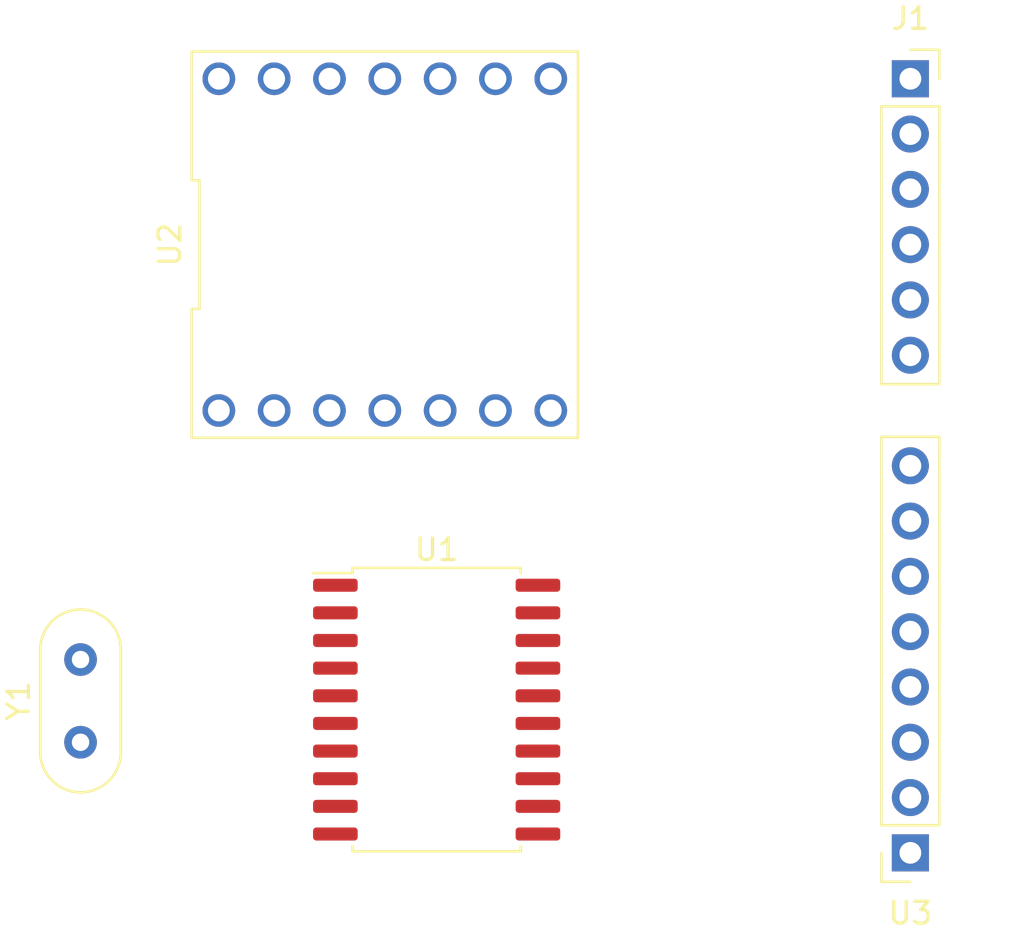
<source format=kicad_pcb>
(kicad_pcb (version 20171130) (host pcbnew "(5.1.10)-1")

  (general
    (thickness 1.6)
    (drawings 0)
    (tracks 0)
    (zones 0)
    (modules 5)
    (nets 26)
  )

  (page A4)
  (layers
    (0 F.Cu signal)
    (31 B.Cu signal)
    (32 B.Adhes user)
    (33 F.Adhes user)
    (34 B.Paste user)
    (35 F.Paste user)
    (36 B.SilkS user)
    (37 F.SilkS user)
    (38 B.Mask user)
    (39 F.Mask user)
    (40 Dwgs.User user)
    (41 Cmts.User user)
    (42 Eco1.User user)
    (43 Eco2.User user)
    (44 Edge.Cuts user)
    (45 Margin user)
    (46 B.CrtYd user)
    (47 F.CrtYd user)
    (48 B.Fab user)
    (49 F.Fab user)
  )

  (setup
    (last_trace_width 0.25)
    (trace_clearance 0.2)
    (zone_clearance 0.508)
    (zone_45_only no)
    (trace_min 0.2)
    (via_size 0.8)
    (via_drill 0.4)
    (via_min_size 0.4)
    (via_min_drill 0.3)
    (uvia_size 0.3)
    (uvia_drill 0.1)
    (uvias_allowed no)
    (uvia_min_size 0.2)
    (uvia_min_drill 0.1)
    (edge_width 0.05)
    (segment_width 0.2)
    (pcb_text_width 0.3)
    (pcb_text_size 1.5 1.5)
    (mod_edge_width 0.12)
    (mod_text_size 1 1)
    (mod_text_width 0.15)
    (pad_size 1.524 1.524)
    (pad_drill 0.762)
    (pad_to_mask_clearance 0)
    (aux_axis_origin 0 0)
    (visible_elements FFFFFF7F)
    (pcbplotparams
      (layerselection 0x010fc_ffffffff)
      (usegerberextensions false)
      (usegerberattributes true)
      (usegerberadvancedattributes true)
      (creategerberjobfile true)
      (excludeedgelayer true)
      (linewidth 0.100000)
      (plotframeref false)
      (viasonmask false)
      (mode 1)
      (useauxorigin false)
      (hpglpennumber 1)
      (hpglpenspeed 20)
      (hpglpendiameter 15.000000)
      (psnegative false)
      (psa4output false)
      (plotreference true)
      (plotvalue true)
      (plotinvisibletext false)
      (padsonsilk false)
      (subtractmaskfromsilk false)
      (outputformat 1)
      (mirror false)
      (drillshape 1)
      (scaleselection 1)
      (outputdirectory ""))
  )

  (net 0 "")
  (net 1 "Net-(J1-Pad6)")
  (net 2 "Net-(J1-Pad5)")
  (net 3 "Net-(J1-Pad4)")
  (net 4 "Net-(J1-Pad3)")
  (net 5 GND)
  (net 6 VCC)
  (net 7 "Net-(U1-Pad16)")
  (net 8 "Net-(U1-Pad15)")
  (net 9 "Net-(U1-Pad14)")
  (net 10 "Net-(U1-Pad13)")
  (net 11 "Net-(U1-Pad12)")
  (net 12 "Net-(U1-Pad11)")
  (net 13 "Net-(U1-Pad9)")
  (net 14 "Net-(U1-Pad8)")
  (net 15 "Net-(U1-Pad7)")
  (net 16 "Net-(U1-Pad6)")
  (net 17 "Net-(U1-Pad5)")
  (net 18 "Net-(U1-Pad4)")
  (net 19 "Net-(U1-Pad3)")
  (net 20 "Net-(U1-Pad2)")
  (net 21 "Net-(U2-Pad7)")
  (net 22 "Net-(U2-Pad8)")
  (net 23 "Net-(U2-Pad3)")
  (net 24 "Net-(U3-Pad7)")
  (net 25 "Net-(U3-Pad1)")

  (net_class Default "This is the default net class."
    (clearance 0.2)
    (trace_width 0.25)
    (via_dia 0.8)
    (via_drill 0.4)
    (uvia_dia 0.3)
    (uvia_drill 0.1)
    (add_net GND)
    (add_net "Net-(J1-Pad3)")
    (add_net "Net-(J1-Pad4)")
    (add_net "Net-(J1-Pad5)")
    (add_net "Net-(J1-Pad6)")
    (add_net "Net-(U1-Pad11)")
    (add_net "Net-(U1-Pad12)")
    (add_net "Net-(U1-Pad13)")
    (add_net "Net-(U1-Pad14)")
    (add_net "Net-(U1-Pad15)")
    (add_net "Net-(U1-Pad16)")
    (add_net "Net-(U1-Pad2)")
    (add_net "Net-(U1-Pad3)")
    (add_net "Net-(U1-Pad4)")
    (add_net "Net-(U1-Pad5)")
    (add_net "Net-(U1-Pad6)")
    (add_net "Net-(U1-Pad7)")
    (add_net "Net-(U1-Pad8)")
    (add_net "Net-(U1-Pad9)")
    (add_net "Net-(U2-Pad3)")
    (add_net "Net-(U2-Pad7)")
    (add_net "Net-(U2-Pad8)")
    (add_net "Net-(U3-Pad1)")
    (add_net "Net-(U3-Pad7)")
    (add_net VCC)
  )

  (module Crystal:Crystal_HC52-6mm_Vertical (layer F.Cu) (tedit 5A1AD3B8) (tstamp 620E7866)
    (at 157.48 92.71 90)
    (descr "Crystal THT HC-52/6mm, http://www.kvg-gmbh.de/assets/uploads/files/product_pdfs/XS71xx.pdf")
    (tags "THT crystalHC-49/U")
    (path /620F7FFB)
    (fp_text reference Y1 (at 1.9 -2.85 90) (layer F.SilkS)
      (effects (font (size 1 1) (thickness 0.15)))
    )
    (fp_text value "Crystal 12Mhz" (at 1.9 2.85 90) (layer F.Fab)
      (effects (font (size 1 1) (thickness 0.15)))
    )
    (fp_arc (start 4.25 0) (end 4.25 -1.85) (angle 180) (layer F.SilkS) (width 0.12))
    (fp_arc (start -0.45 0) (end -0.45 -1.85) (angle -180) (layer F.SilkS) (width 0.12))
    (fp_arc (start 4.25 0) (end 4.25 -1.15) (angle 180) (layer F.Fab) (width 0.1))
    (fp_arc (start -0.45 0) (end -0.45 -1.15) (angle -180) (layer F.Fab) (width 0.1))
    (fp_arc (start 4.25 0) (end 4.25 -1.65) (angle 180) (layer F.Fab) (width 0.1))
    (fp_arc (start -0.45 0) (end -0.45 -1.65) (angle -180) (layer F.Fab) (width 0.1))
    (fp_text user %R (at 1.9 0 90) (layer F.Fab)
      (effects (font (size 1 1) (thickness 0.15)))
    )
    (fp_line (start -0.45 -1.65) (end 4.25 -1.65) (layer F.Fab) (width 0.1))
    (fp_line (start -0.45 1.65) (end 4.25 1.65) (layer F.Fab) (width 0.1))
    (fp_line (start -0.45 -1.15) (end 4.25 -1.15) (layer F.Fab) (width 0.1))
    (fp_line (start -0.45 1.15) (end 4.25 1.15) (layer F.Fab) (width 0.1))
    (fp_line (start -0.45 -1.85) (end 4.25 -1.85) (layer F.SilkS) (width 0.12))
    (fp_line (start -0.45 1.85) (end 4.25 1.85) (layer F.SilkS) (width 0.12))
    (fp_line (start -2.6 -2.1) (end -2.6 2.1) (layer F.CrtYd) (width 0.05))
    (fp_line (start -2.6 2.1) (end 6.4 2.1) (layer F.CrtYd) (width 0.05))
    (fp_line (start 6.4 2.1) (end 6.4 -2.1) (layer F.CrtYd) (width 0.05))
    (fp_line (start 6.4 -2.1) (end -2.6 -2.1) (layer F.CrtYd) (width 0.05))
    (pad 2 thru_hole circle (at 3.8 0 90) (size 1.5 1.5) (drill 0.8) (layers *.Cu *.Mask)
      (net 18 "Net-(U1-Pad4)"))
    (pad 1 thru_hole circle (at 0 0 90) (size 1.5 1.5) (drill 0.8) (layers *.Cu *.Mask)
      (net 17 "Net-(U1-Pad5)"))
    (model ${KISYS3DMOD}/Crystal.3dshapes/Crystal_HC52-6mm_Vertical.wrl
      (at (xyz 0 0 0))
      (scale (xyz 1 1 1))
      (rotate (xyz 0 0 0))
    )
  )

  (module Connector_PinSocket_2.54mm:PinSocket_1x08_P2.54mm_Vertical (layer F.Cu) (tedit 5A19A420) (tstamp 620E784F)
    (at 195.58 97.79 180)
    (descr "Through hole straight socket strip, 1x08, 2.54mm pitch, single row (from Kicad 4.0.7), script generated")
    (tags "Through hole socket strip THT 1x08 2.54mm single row")
    (path /620ED8F4)
    (fp_text reference U3 (at 0 -2.77) (layer F.SilkS)
      (effects (font (size 1 1) (thickness 0.15)))
    )
    (fp_text value Iduino_RC522 (at 0 20.55) (layer F.Fab)
      (effects (font (size 1 1) (thickness 0.15)))
    )
    (fp_text user %R (at 0 8.89 90) (layer F.Fab)
      (effects (font (size 1 1) (thickness 0.15)))
    )
    (fp_line (start -1.27 -1.27) (end 0.635 -1.27) (layer F.Fab) (width 0.1))
    (fp_line (start 0.635 -1.27) (end 1.27 -0.635) (layer F.Fab) (width 0.1))
    (fp_line (start 1.27 -0.635) (end 1.27 19.05) (layer F.Fab) (width 0.1))
    (fp_line (start 1.27 19.05) (end -1.27 19.05) (layer F.Fab) (width 0.1))
    (fp_line (start -1.27 19.05) (end -1.27 -1.27) (layer F.Fab) (width 0.1))
    (fp_line (start -1.33 1.27) (end 1.33 1.27) (layer F.SilkS) (width 0.12))
    (fp_line (start -1.33 1.27) (end -1.33 19.11) (layer F.SilkS) (width 0.12))
    (fp_line (start -1.33 19.11) (end 1.33 19.11) (layer F.SilkS) (width 0.12))
    (fp_line (start 1.33 1.27) (end 1.33 19.11) (layer F.SilkS) (width 0.12))
    (fp_line (start 1.33 -1.33) (end 1.33 0) (layer F.SilkS) (width 0.12))
    (fp_line (start 0 -1.33) (end 1.33 -1.33) (layer F.SilkS) (width 0.12))
    (fp_line (start -1.8 -1.8) (end 1.75 -1.8) (layer F.CrtYd) (width 0.05))
    (fp_line (start 1.75 -1.8) (end 1.75 19.55) (layer F.CrtYd) (width 0.05))
    (fp_line (start 1.75 19.55) (end -1.8 19.55) (layer F.CrtYd) (width 0.05))
    (fp_line (start -1.8 19.55) (end -1.8 -1.8) (layer F.CrtYd) (width 0.05))
    (pad 8 thru_hole oval (at 0 17.78 180) (size 1.7 1.7) (drill 1) (layers *.Cu *.Mask)
      (net 6 VCC))
    (pad 7 thru_hole oval (at 0 15.24 180) (size 1.7 1.7) (drill 1) (layers *.Cu *.Mask)
      (net 24 "Net-(U3-Pad7)"))
    (pad 6 thru_hole oval (at 0 12.7 180) (size 1.7 1.7) (drill 1) (layers *.Cu *.Mask)
      (net 5 GND))
    (pad 5 thru_hole oval (at 0 10.16 180) (size 1.7 1.7) (drill 1) (layers *.Cu *.Mask)
      (net 3 "Net-(J1-Pad4)"))
    (pad 4 thru_hole oval (at 0 7.62 180) (size 1.7 1.7) (drill 1) (layers *.Cu *.Mask)
      (net 4 "Net-(J1-Pad3)"))
    (pad 3 thru_hole oval (at 0 5.08 180) (size 1.7 1.7) (drill 1) (layers *.Cu *.Mask)
      (net 2 "Net-(J1-Pad5)"))
    (pad 2 thru_hole oval (at 0 2.54 180) (size 1.7 1.7) (drill 1) (layers *.Cu *.Mask)
      (net 7 "Net-(U1-Pad16)"))
    (pad 1 thru_hole rect (at 0 0 180) (size 1.7 1.7) (drill 1) (layers *.Cu *.Mask)
      (net 25 "Net-(U3-Pad1)"))
    (model ${KISYS3DMOD}/Connector_PinSocket_2.54mm.3dshapes/PinSocket_1x08_P2.54mm_Vertical.wrl
      (at (xyz 0 0 0))
      (scale (xyz 1 1 1))
      (rotate (xyz 0 0 0))
    )
  )

  (module Display_7Segment:F5463BH (layer F.Cu) (tedit 61A3EB1C) (tstamp 620E7833)
    (at 171.45 69.85)
    (descr "4 Digit 7 Segment Clock Red LED Number ANODE F5463bh 14pin")
    (tags "4 Digit 7 Segment Clock Red LED Number anode F5463bh 14pin")
    (path /620E5C15)
    (fp_text reference U2 (at -9.87 0 90) (layer F.SilkS)
      (effects (font (size 1 1) (thickness 0.15)))
    )
    (fp_text value F5463BH (at 0 0) (layer F.Fab)
      (effects (font (size 1 1) (thickness 0.15)))
    )
    (fp_line (start -8.87 8.87) (end 8.87 8.87) (layer F.SilkS) (width 0.12))
    (fp_line (start 8.87 8.87) (end 8.87 -8.87) (layer F.SilkS) (width 0.12))
    (fp_line (start 8.87 -8.87) (end -8.87 -8.87) (layer F.SilkS) (width 0.12))
    (fp_line (start -8.87 -8.87) (end -8.87 -2.956666) (layer F.SilkS) (width 0.12))
    (fp_line (start -8.87 -2.956666) (end -8.51 -2.956666) (layer F.SilkS) (width 0.12))
    (fp_line (start -8.51 -2.956666) (end -8.51 2.956666) (layer F.SilkS) (width 0.12))
    (fp_line (start -8.51 2.956666) (end -8.87 2.956666) (layer F.SilkS) (width 0.12))
    (fp_line (start -8.87 2.956666) (end -8.87 8.87) (layer F.SilkS) (width 0.12))
    (fp_line (start -8.62 -8.62) (end 8.62 -8.62) (layer F.CrtYd) (width 0.05))
    (fp_line (start 8.62 -8.62) (end 8.62 8.62) (layer F.CrtYd) (width 0.05))
    (fp_line (start 8.62 8.62) (end -8.62 8.62) (layer F.CrtYd) (width 0.05))
    (fp_line (start -8.62 8.62) (end -8.62 -8.62) (layer F.CrtYd) (width 0.05))
    (pad 7 thru_hole circle (at 7.62 7.62) (size 1.5 1.5) (drill 1) (layers *.Cu *.Mask)
      (net 21 "Net-(U2-Pad7)"))
    (pad 8 thru_hole circle (at 7.62 -7.62) (size 1.5 1.5) (drill 1) (layers *.Cu *.Mask)
      (net 22 "Net-(U2-Pad8)"))
    (pad 6 thru_hole circle (at 5.08 7.62) (size 1.5 1.5) (drill 1) (layers *.Cu *.Mask)
      (net 8 "Net-(U1-Pad15)"))
    (pad 9 thru_hole circle (at 5.08 -7.62) (size 1.5 1.5) (drill 1) (layers *.Cu *.Mask)
      (net 19 "Net-(U1-Pad3)"))
    (pad 5 thru_hole circle (at 2.54 7.62) (size 1.5 1.5) (drill 1) (layers *.Cu *.Mask)
      (net 12 "Net-(U1-Pad11)"))
    (pad 10 thru_hole circle (at 2.54 -7.62) (size 1.5 1.5) (drill 1) (layers *.Cu *.Mask)
      (net 9 "Net-(U1-Pad14)"))
    (pad 4 thru_hole circle (at 0 7.62) (size 1.5 1.5) (drill 1) (layers *.Cu *.Mask)
      (net 16 "Net-(U1-Pad6)"))
    (pad 11 thru_hole circle (at 0 -7.62) (size 1.5 1.5) (drill 1) (layers *.Cu *.Mask)
      (net 10 "Net-(U1-Pad13)"))
    (pad 3 thru_hole circle (at -2.54 7.62) (size 1.5 1.5) (drill 1) (layers *.Cu *.Mask)
      (net 23 "Net-(U2-Pad3)"))
    (pad 12 thru_hole circle (at -2.54 -7.62) (size 1.5 1.5) (drill 1) (layers *.Cu *.Mask)
      (net 13 "Net-(U1-Pad9)"))
    (pad 2 thru_hole circle (at -5.08 7.62) (size 1.5 1.5) (drill 1) (layers *.Cu *.Mask)
      (net 15 "Net-(U1-Pad7)"))
    (pad 13 thru_hole circle (at -5.08 -7.62) (size 1.5 1.5) (drill 1) (layers *.Cu *.Mask)
      (net 20 "Net-(U1-Pad2)"))
    (pad 1 thru_hole circle (at -7.62 7.62) (size 1.5 1.5) (drill 1) (layers *.Cu *.Mask)
      (net 14 "Net-(U1-Pad8)"))
    (pad 14 thru_hole circle (at -7.62 -7.62) (size 1.5 1.5) (drill 1) (layers *.Cu *.Mask)
      (net 11 "Net-(U1-Pad12)"))
  )

  (module Package_SO:SOIC-20W_7.5x12.8mm_P1.27mm (layer F.Cu) (tedit 5D9F72B1) (tstamp 620E7815)
    (at 173.83 91.21)
    (descr "SOIC, 20 Pin (JEDEC MS-013AC, https://www.analog.com/media/en/package-pcb-resources/package/233848rw_20.pdf), generated with kicad-footprint-generator ipc_gullwing_generator.py")
    (tags "SOIC SO")
    (path /620EA465)
    (attr smd)
    (fp_text reference U1 (at 0 -7.35) (layer F.SilkS)
      (effects (font (size 1 1) (thickness 0.15)))
    )
    (fp_text value ATtiny2313-20SU (at 0 7.35) (layer F.Fab)
      (effects (font (size 1 1) (thickness 0.15)))
    )
    (fp_text user %R (at 0 0) (layer F.Fab)
      (effects (font (size 1 1) (thickness 0.15)))
    )
    (fp_line (start 0 6.51) (end 3.86 6.51) (layer F.SilkS) (width 0.12))
    (fp_line (start 3.86 6.51) (end 3.86 6.275) (layer F.SilkS) (width 0.12))
    (fp_line (start 0 6.51) (end -3.86 6.51) (layer F.SilkS) (width 0.12))
    (fp_line (start -3.86 6.51) (end -3.86 6.275) (layer F.SilkS) (width 0.12))
    (fp_line (start 0 -6.51) (end 3.86 -6.51) (layer F.SilkS) (width 0.12))
    (fp_line (start 3.86 -6.51) (end 3.86 -6.275) (layer F.SilkS) (width 0.12))
    (fp_line (start 0 -6.51) (end -3.86 -6.51) (layer F.SilkS) (width 0.12))
    (fp_line (start -3.86 -6.51) (end -3.86 -6.275) (layer F.SilkS) (width 0.12))
    (fp_line (start -3.86 -6.275) (end -5.675 -6.275) (layer F.SilkS) (width 0.12))
    (fp_line (start -2.75 -6.4) (end 3.75 -6.4) (layer F.Fab) (width 0.1))
    (fp_line (start 3.75 -6.4) (end 3.75 6.4) (layer F.Fab) (width 0.1))
    (fp_line (start 3.75 6.4) (end -3.75 6.4) (layer F.Fab) (width 0.1))
    (fp_line (start -3.75 6.4) (end -3.75 -5.4) (layer F.Fab) (width 0.1))
    (fp_line (start -3.75 -5.4) (end -2.75 -6.4) (layer F.Fab) (width 0.1))
    (fp_line (start -5.93 -6.65) (end -5.93 6.65) (layer F.CrtYd) (width 0.05))
    (fp_line (start -5.93 6.65) (end 5.93 6.65) (layer F.CrtYd) (width 0.05))
    (fp_line (start 5.93 6.65) (end 5.93 -6.65) (layer F.CrtYd) (width 0.05))
    (fp_line (start 5.93 -6.65) (end -5.93 -6.65) (layer F.CrtYd) (width 0.05))
    (pad 20 smd roundrect (at 4.65 -5.715) (size 2.05 0.6) (layers F.Cu F.Paste F.Mask) (roundrect_rratio 0.25)
      (net 6 VCC))
    (pad 19 smd roundrect (at 4.65 -4.445) (size 2.05 0.6) (layers F.Cu F.Paste F.Mask) (roundrect_rratio 0.25)
      (net 2 "Net-(J1-Pad5)"))
    (pad 18 smd roundrect (at 4.65 -3.175) (size 2.05 0.6) (layers F.Cu F.Paste F.Mask) (roundrect_rratio 0.25)
      (net 3 "Net-(J1-Pad4)"))
    (pad 17 smd roundrect (at 4.65 -1.905) (size 2.05 0.6) (layers F.Cu F.Paste F.Mask) (roundrect_rratio 0.25)
      (net 4 "Net-(J1-Pad3)"))
    (pad 16 smd roundrect (at 4.65 -0.635) (size 2.05 0.6) (layers F.Cu F.Paste F.Mask) (roundrect_rratio 0.25)
      (net 7 "Net-(U1-Pad16)"))
    (pad 15 smd roundrect (at 4.65 0.635) (size 2.05 0.6) (layers F.Cu F.Paste F.Mask) (roundrect_rratio 0.25)
      (net 8 "Net-(U1-Pad15)"))
    (pad 14 smd roundrect (at 4.65 1.905) (size 2.05 0.6) (layers F.Cu F.Paste F.Mask) (roundrect_rratio 0.25)
      (net 9 "Net-(U1-Pad14)"))
    (pad 13 smd roundrect (at 4.65 3.175) (size 2.05 0.6) (layers F.Cu F.Paste F.Mask) (roundrect_rratio 0.25)
      (net 10 "Net-(U1-Pad13)"))
    (pad 12 smd roundrect (at 4.65 4.445) (size 2.05 0.6) (layers F.Cu F.Paste F.Mask) (roundrect_rratio 0.25)
      (net 11 "Net-(U1-Pad12)"))
    (pad 11 smd roundrect (at 4.65 5.715) (size 2.05 0.6) (layers F.Cu F.Paste F.Mask) (roundrect_rratio 0.25)
      (net 12 "Net-(U1-Pad11)"))
    (pad 10 smd roundrect (at -4.65 5.715) (size 2.05 0.6) (layers F.Cu F.Paste F.Mask) (roundrect_rratio 0.25)
      (net 5 GND))
    (pad 9 smd roundrect (at -4.65 4.445) (size 2.05 0.6) (layers F.Cu F.Paste F.Mask) (roundrect_rratio 0.25)
      (net 13 "Net-(U1-Pad9)"))
    (pad 8 smd roundrect (at -4.65 3.175) (size 2.05 0.6) (layers F.Cu F.Paste F.Mask) (roundrect_rratio 0.25)
      (net 14 "Net-(U1-Pad8)"))
    (pad 7 smd roundrect (at -4.65 1.905) (size 2.05 0.6) (layers F.Cu F.Paste F.Mask) (roundrect_rratio 0.25)
      (net 15 "Net-(U1-Pad7)"))
    (pad 6 smd roundrect (at -4.65 0.635) (size 2.05 0.6) (layers F.Cu F.Paste F.Mask) (roundrect_rratio 0.25)
      (net 16 "Net-(U1-Pad6)"))
    (pad 5 smd roundrect (at -4.65 -0.635) (size 2.05 0.6) (layers F.Cu F.Paste F.Mask) (roundrect_rratio 0.25)
      (net 17 "Net-(U1-Pad5)"))
    (pad 4 smd roundrect (at -4.65 -1.905) (size 2.05 0.6) (layers F.Cu F.Paste F.Mask) (roundrect_rratio 0.25)
      (net 18 "Net-(U1-Pad4)"))
    (pad 3 smd roundrect (at -4.65 -3.175) (size 2.05 0.6) (layers F.Cu F.Paste F.Mask) (roundrect_rratio 0.25)
      (net 19 "Net-(U1-Pad3)"))
    (pad 2 smd roundrect (at -4.65 -4.445) (size 2.05 0.6) (layers F.Cu F.Paste F.Mask) (roundrect_rratio 0.25)
      (net 20 "Net-(U1-Pad2)"))
    (pad 1 smd roundrect (at -4.65 -5.715) (size 2.05 0.6) (layers F.Cu F.Paste F.Mask) (roundrect_rratio 0.25)
      (net 1 "Net-(J1-Pad6)"))
    (model ${KISYS3DMOD}/Package_SO.3dshapes/SOIC-20W_7.5x12.8mm_P1.27mm.wrl
      (at (xyz 0 0 0))
      (scale (xyz 1 1 1))
      (rotate (xyz 0 0 0))
    )
  )

  (module Connector_PinSocket_2.54mm:PinSocket_1x06_P2.54mm_Vertical (layer F.Cu) (tedit 5A19A430) (tstamp 620E77EA)
    (at 195.58 62.23)
    (descr "Through hole straight socket strip, 1x06, 2.54mm pitch, single row (from Kicad 4.0.7), script generated")
    (tags "Through hole socket strip THT 1x06 2.54mm single row")
    (path /620EFB84)
    (fp_text reference J1 (at 0 -2.77) (layer F.SilkS)
      (effects (font (size 1 1) (thickness 0.15)))
    )
    (fp_text value programator (at 0 15.47) (layer F.Fab)
      (effects (font (size 1 1) (thickness 0.15)))
    )
    (fp_text user %R (at 0 6.35 90) (layer F.Fab)
      (effects (font (size 1 1) (thickness 0.15)))
    )
    (fp_line (start -1.27 -1.27) (end 0.635 -1.27) (layer F.Fab) (width 0.1))
    (fp_line (start 0.635 -1.27) (end 1.27 -0.635) (layer F.Fab) (width 0.1))
    (fp_line (start 1.27 -0.635) (end 1.27 13.97) (layer F.Fab) (width 0.1))
    (fp_line (start 1.27 13.97) (end -1.27 13.97) (layer F.Fab) (width 0.1))
    (fp_line (start -1.27 13.97) (end -1.27 -1.27) (layer F.Fab) (width 0.1))
    (fp_line (start -1.33 1.27) (end 1.33 1.27) (layer F.SilkS) (width 0.12))
    (fp_line (start -1.33 1.27) (end -1.33 14.03) (layer F.SilkS) (width 0.12))
    (fp_line (start -1.33 14.03) (end 1.33 14.03) (layer F.SilkS) (width 0.12))
    (fp_line (start 1.33 1.27) (end 1.33 14.03) (layer F.SilkS) (width 0.12))
    (fp_line (start 1.33 -1.33) (end 1.33 0) (layer F.SilkS) (width 0.12))
    (fp_line (start 0 -1.33) (end 1.33 -1.33) (layer F.SilkS) (width 0.12))
    (fp_line (start -1.8 -1.8) (end 1.75 -1.8) (layer F.CrtYd) (width 0.05))
    (fp_line (start 1.75 -1.8) (end 1.75 14.45) (layer F.CrtYd) (width 0.05))
    (fp_line (start 1.75 14.45) (end -1.8 14.45) (layer F.CrtYd) (width 0.05))
    (fp_line (start -1.8 14.45) (end -1.8 -1.8) (layer F.CrtYd) (width 0.05))
    (pad 6 thru_hole oval (at 0 12.7) (size 1.7 1.7) (drill 1) (layers *.Cu *.Mask)
      (net 1 "Net-(J1-Pad6)"))
    (pad 5 thru_hole oval (at 0 10.16) (size 1.7 1.7) (drill 1) (layers *.Cu *.Mask)
      (net 2 "Net-(J1-Pad5)"))
    (pad 4 thru_hole oval (at 0 7.62) (size 1.7 1.7) (drill 1) (layers *.Cu *.Mask)
      (net 3 "Net-(J1-Pad4)"))
    (pad 3 thru_hole oval (at 0 5.08) (size 1.7 1.7) (drill 1) (layers *.Cu *.Mask)
      (net 4 "Net-(J1-Pad3)"))
    (pad 2 thru_hole oval (at 0 2.54) (size 1.7 1.7) (drill 1) (layers *.Cu *.Mask)
      (net 5 GND))
    (pad 1 thru_hole rect (at 0 0) (size 1.7 1.7) (drill 1) (layers *.Cu *.Mask)
      (net 6 VCC))
    (model ${KISYS3DMOD}/Connector_PinSocket_2.54mm.3dshapes/PinSocket_1x06_P2.54mm_Vertical.wrl
      (at (xyz 0 0 0))
      (scale (xyz 1 1 1))
      (rotate (xyz 0 0 0))
    )
  )

)

</source>
